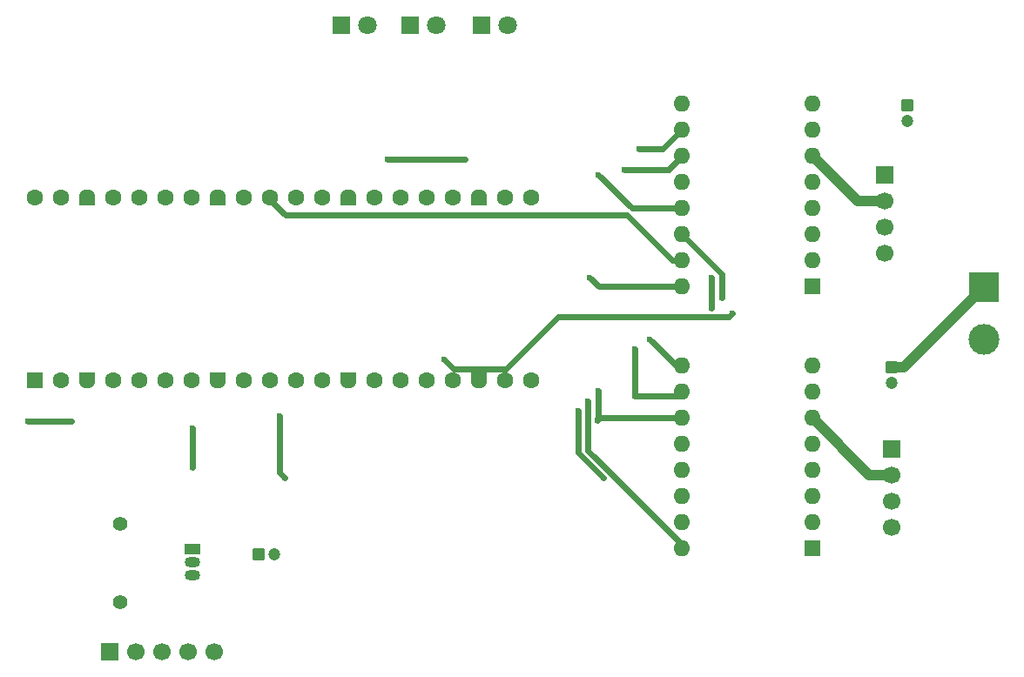
<source format=gbr>
%TF.GenerationSoftware,KiCad,Pcbnew,9.0.6-9.0.6~ubuntu24.04.1*%
%TF.CreationDate,2025-12-19T01:03:36-05:00*%
%TF.ProjectId,pilomar_schematics,70696c6f-6d61-4725-9f73-6368656d6174,rev?*%
%TF.SameCoordinates,Original*%
%TF.FileFunction,Copper,L2,Bot*%
%TF.FilePolarity,Positive*%
%FSLAX46Y46*%
G04 Gerber Fmt 4.6, Leading zero omitted, Abs format (unit mm)*
G04 Created by KiCad (PCBNEW 9.0.6-9.0.6~ubuntu24.04.1) date 2025-12-19 01:03:36*
%MOMM*%
%LPD*%
G01*
G04 APERTURE LIST*
G04 Aperture macros list*
%AMRoundRect*
0 Rectangle with rounded corners*
0 $1 Rounding radius*
0 $2 $3 $4 $5 $6 $7 $8 $9 X,Y pos of 4 corners*
0 Add a 4 corners polygon primitive as box body*
4,1,4,$2,$3,$4,$5,$6,$7,$8,$9,$2,$3,0*
0 Add four circle primitives for the rounded corners*
1,1,$1+$1,$2,$3*
1,1,$1+$1,$4,$5*
1,1,$1+$1,$6,$7*
1,1,$1+$1,$8,$9*
0 Add four rect primitives between the rounded corners*
20,1,$1+$1,$2,$3,$4,$5,0*
20,1,$1+$1,$4,$5,$6,$7,0*
20,1,$1+$1,$6,$7,$8,$9,0*
20,1,$1+$1,$8,$9,$2,$3,0*%
%AMFreePoly0*
4,1,37,0.603843,0.796157,0.639018,0.796157,0.711114,0.766294,0.766294,0.711114,0.796157,0.639018,0.796157,0.603843,0.800000,0.600000,0.800000,-0.600000,0.796157,-0.603843,0.796157,-0.639018,0.766294,-0.711114,0.711114,-0.766294,0.639018,-0.796157,0.603843,-0.796157,0.600000,-0.800000,0.000000,-0.800000,0.000000,-0.796148,-0.078414,-0.796148,-0.232228,-0.765552,-0.377117,-0.705537,
-0.507515,-0.618408,-0.618408,-0.507515,-0.705537,-0.377117,-0.765552,-0.232228,-0.796148,-0.078414,-0.796148,0.078414,-0.765552,0.232228,-0.705537,0.377117,-0.618408,0.507515,-0.507515,0.618408,-0.377117,0.705537,-0.232228,0.765552,-0.078414,0.796148,0.000000,0.796148,0.000000,0.800000,0.600000,0.800000,0.603843,0.796157,0.603843,0.796157,$1*%
%AMFreePoly1*
4,1,37,0.000000,0.796148,0.078414,0.796148,0.232228,0.765552,0.377117,0.705537,0.507515,0.618408,0.618408,0.507515,0.705537,0.377117,0.765552,0.232228,0.796148,0.078414,0.796148,-0.078414,0.765552,-0.232228,0.705537,-0.377117,0.618408,-0.507515,0.507515,-0.618408,0.377117,-0.705537,0.232228,-0.765552,0.078414,-0.796148,0.000000,-0.796148,0.000000,-0.800000,-0.600000,-0.800000,
-0.603843,-0.796157,-0.639018,-0.796157,-0.711114,-0.766294,-0.766294,-0.711114,-0.796157,-0.639018,-0.796157,-0.603843,-0.800000,-0.600000,-0.800000,0.600000,-0.796157,0.603843,-0.796157,0.639018,-0.766294,0.711114,-0.711114,0.766294,-0.639018,0.796157,-0.603843,0.796157,-0.600000,0.800000,0.000000,0.800000,0.000000,0.796148,0.000000,0.796148,$1*%
G04 Aperture macros list end*
%TA.AperFunction,ComponentPad*%
%ADD10R,3.000000X3.000000*%
%TD*%
%TA.AperFunction,ComponentPad*%
%ADD11C,3.000000*%
%TD*%
%TA.AperFunction,ComponentPad*%
%ADD12R,1.500000X1.050000*%
%TD*%
%TA.AperFunction,ComponentPad*%
%ADD13O,1.500000X1.050000*%
%TD*%
%TA.AperFunction,ComponentPad*%
%ADD14RoundRect,0.200000X0.600000X-0.600000X0.600000X0.600000X-0.600000X0.600000X-0.600000X-0.600000X0*%
%TD*%
%TA.AperFunction,ComponentPad*%
%ADD15C,1.600000*%
%TD*%
%TA.AperFunction,ComponentPad*%
%ADD16FreePoly0,90.000000*%
%TD*%
%TA.AperFunction,ComponentPad*%
%ADD17FreePoly1,90.000000*%
%TD*%
%TA.AperFunction,ComponentPad*%
%ADD18R,1.800000X1.800000*%
%TD*%
%TA.AperFunction,ComponentPad*%
%ADD19C,1.800000*%
%TD*%
%TA.AperFunction,ComponentPad*%
%ADD20R,1.600000X1.600000*%
%TD*%
%TA.AperFunction,ComponentPad*%
%ADD21O,1.600000X1.600000*%
%TD*%
%TA.AperFunction,ComponentPad*%
%ADD22RoundRect,0.250000X-0.350000X0.350000X-0.350000X-0.350000X0.350000X-0.350000X0.350000X0.350000X0*%
%TD*%
%TA.AperFunction,ComponentPad*%
%ADD23C,1.200000*%
%TD*%
%TA.AperFunction,ComponentPad*%
%ADD24R,1.700000X1.700000*%
%TD*%
%TA.AperFunction,ComponentPad*%
%ADD25C,1.700000*%
%TD*%
%TA.AperFunction,ComponentPad*%
%ADD26RoundRect,0.250000X-0.350000X-0.350000X0.350000X-0.350000X0.350000X0.350000X-0.350000X0.350000X0*%
%TD*%
%TA.AperFunction,ComponentPad*%
%ADD27C,1.400000*%
%TD*%
%TA.AperFunction,ViaPad*%
%ADD28C,0.600000*%
%TD*%
%TA.AperFunction,Conductor*%
%ADD29C,1.000000*%
%TD*%
%TA.AperFunction,Conductor*%
%ADD30C,0.625000*%
%TD*%
G04 APERTURE END LIST*
D10*
%TO.P,12VDC1,1,Pin_1*%
%TO.N,Net-(12VDC1-Pin_1)*%
X131000000Y-79960000D03*
D11*
%TO.P,12VDC1,2,Pin_2*%
%TO.N,Net-(12VDC1-Pin_2)*%
X131000000Y-85040000D03*
%TD*%
D12*
%TO.P,Q1,1,E*%
%TO.N,Net-(A1-VBUS)*%
X54000000Y-105460000D03*
D13*
%TO.P,Q1,2,B*%
%TO.N,Net-(J2-Pin_3)*%
X54000000Y-106730000D03*
%TO.P,Q1,3,C*%
%TO.N,Net-(J2-Pin_4)*%
X54000000Y-108000000D03*
%TD*%
D14*
%TO.P,A1,1,GPIO0*%
%TO.N,Net-(A1-GPIO0)*%
X38720000Y-89000000D03*
D15*
%TO.P,A1,2,GPIO1*%
%TO.N,Net-(A1-GPIO1)*%
X41260000Y-89000000D03*
D16*
%TO.P,A1,3,GND*%
%TO.N,Net-(Blue1-K)*%
X43800000Y-89000000D03*
D15*
%TO.P,A1,4,GPIO2*%
%TO.N,Net-(A1-GPIO2)*%
X46340000Y-89000000D03*
%TO.P,A1,5,GPIO3*%
%TO.N,Net-(A1-GPIO3)*%
X48880000Y-89000000D03*
%TO.P,A1,6,GPIO4*%
%TO.N,Net-(A1-GPIO4)*%
X51420000Y-89000000D03*
%TO.P,A1,7,GPIO5*%
%TO.N,Net-(A1-GPIO5)*%
X53960000Y-89000000D03*
D16*
%TO.P,A1,8,GND*%
%TO.N,Net-(Blue1-K)*%
X56500000Y-89000000D03*
D15*
%TO.P,A1,9,GPIO6*%
%TO.N,Net-(A1-GPIO6)*%
X59040000Y-89000000D03*
%TO.P,A1,10,GPIO7*%
%TO.N,Net-(A1-GPIO7)*%
X61580000Y-89000000D03*
%TO.P,A1,11,GPIO8*%
%TO.N,unconnected-(A1-GPIO8-Pad11)*%
X64120000Y-89000000D03*
%TO.P,A1,12,GPIO9*%
%TO.N,unconnected-(A1-GPIO9-Pad12)*%
X66660000Y-89000000D03*
D16*
%TO.P,A1,13,GND*%
%TO.N,Net-(Blue1-K)*%
X69200000Y-89000000D03*
D15*
%TO.P,A1,14,GPIO10*%
%TO.N,unconnected-(A1-GPIO10-Pad14)*%
X71740000Y-89000000D03*
%TO.P,A1,15,GPIO11*%
%TO.N,unconnected-(A1-GPIO11-Pad15)*%
X74280000Y-89000000D03*
%TO.P,A1,16,GPIO12*%
%TO.N,unconnected-(A1-GPIO12-Pad16)*%
X76820000Y-89000000D03*
%TO.P,A1,17,GPIO13*%
%TO.N,unconnected-(A1-GPIO13-Pad17)*%
X79360000Y-89000000D03*
D16*
%TO.P,A1,18,GND*%
%TO.N,Net-(Blue1-K)*%
X81900000Y-89000000D03*
D15*
%TO.P,A1,19,GPIO14*%
%TO.N,unconnected-(A1-GPIO14-Pad19)*%
X84440000Y-89000000D03*
%TO.P,A1,20,GPIO15*%
%TO.N,unconnected-(A1-GPIO15-Pad20)*%
X86980000Y-89000000D03*
%TO.P,A1,21,GPIO16*%
%TO.N,unconnected-(A1-GPIO16-Pad21)*%
X86980000Y-71220000D03*
%TO.P,A1,22,GPIO17*%
%TO.N,unconnected-(A1-GPIO17-Pad22)*%
X84440000Y-71220000D03*
D17*
%TO.P,A1,23,GND*%
%TO.N,Net-(Blue1-K)*%
X81900000Y-71220000D03*
D15*
%TO.P,A1,24,GPIO18*%
%TO.N,Net-(A1-GPIO18)*%
X79360000Y-71220000D03*
%TO.P,A1,25,GPIO19*%
%TO.N,Net-(A1-GPIO19)*%
X76820000Y-71220000D03*
%TO.P,A1,26,GPIO20*%
%TO.N,Net-(A1-GPIO20)*%
X74280000Y-71220000D03*
%TO.P,A1,27,GPIO21*%
%TO.N,unconnected-(A1-GPIO21-Pad27)*%
X71740000Y-71220000D03*
D17*
%TO.P,A1,28,GND*%
%TO.N,Net-(Blue1-K)*%
X69200000Y-71220000D03*
D15*
%TO.P,A1,29,GPIO22*%
%TO.N,unconnected-(A1-GPIO22-Pad29)*%
X66660000Y-71220000D03*
%TO.P,A1,30,RUN*%
%TO.N,unconnected-(A1-RUN-Pad30)*%
X64120000Y-71220000D03*
%TO.P,A1,31,GPIO26_ADC0*%
%TO.N,Net-(A1-GPIO26_ADC0)*%
X61580000Y-71220000D03*
%TO.P,A1,32,GPIO27_ADC1*%
%TO.N,Net-(A1-GPIO27_ADC1)*%
X59040000Y-71220000D03*
D17*
%TO.P,A1,33,AGND*%
%TO.N,Net-(A1-AGND)*%
X56500000Y-71220000D03*
D15*
%TO.P,A1,34,GPIO28_ADC2*%
%TO.N,Net-(A1-GPIO28_ADC2)*%
X53960000Y-71220000D03*
%TO.P,A1,35,ADC_VREF*%
%TO.N,unconnected-(A1-ADC_VREF-Pad35)*%
X51420000Y-71220000D03*
%TO.P,A1,36,3V3*%
%TO.N,Net-(A1-3V3)*%
X48880000Y-71220000D03*
%TO.P,A1,37,3V3_EN*%
%TO.N,unconnected-(A1-3V3_EN-Pad37)*%
X46340000Y-71220000D03*
D17*
%TO.P,A1,38,GND*%
%TO.N,Net-(Blue1-K)*%
X43800000Y-71220000D03*
D15*
%TO.P,A1,39,VSYS*%
%TO.N,unconnected-(A1-VSYS-Pad39)*%
X41260000Y-71220000D03*
%TO.P,A1,40,VBUS*%
%TO.N,Net-(A1-VBUS)*%
X38720000Y-71220000D03*
%TD*%
D18*
%TO.P,Red1,1,K*%
%TO.N,Net-(Blue1-K)*%
X82160000Y-54500000D03*
D19*
%TO.P,Red1,2,A*%
%TO.N,Net-(A1-GPIO18)*%
X84700000Y-54500000D03*
%TD*%
D20*
%TO.P,Azimuth1,1,GND*%
%TO.N,Net-(A1-AGND)*%
X114340000Y-79890000D03*
D21*
%TO.P,Azimuth1,2,~{FLT}*%
%TO.N,Net-(A1-GPIO6)*%
X114340000Y-77350000D03*
%TO.P,Azimuth1,3,A2*%
%TO.N,Net-(Azimuth1-A2)*%
X114340000Y-74810000D03*
%TO.P,Azimuth1,4,A1*%
%TO.N,Net-(Azimuth1-A1)*%
X114340000Y-72270000D03*
%TO.P,Azimuth1,5,B1*%
%TO.N,Net-(Azimuth1-B1)*%
X114340000Y-69730000D03*
%TO.P,Azimuth1,6,B2*%
%TO.N,Net-(Azimuth1-B2)*%
X114340000Y-67190000D03*
%TO.P,Azimuth1,7,GND*%
%TO.N,Net-(12VDC1-Pin_2)*%
X114340000Y-64650000D03*
%TO.P,Azimuth1,8,VMOT*%
%TO.N,Net-(12VDC1-Pin_1)*%
X114340000Y-62110000D03*
%TO.P,Azimuth1,9,~{EN}*%
%TO.N,Net-(A1-GPIO2)*%
X101640000Y-62110000D03*
%TO.P,Azimuth1,10,M0*%
%TO.N,Net-(A1-GPIO3)*%
X101640000Y-64650000D03*
%TO.P,Azimuth1,11,M1*%
%TO.N,Net-(A1-GPIO4)*%
X101640000Y-67190000D03*
%TO.P,Azimuth1,12,M2*%
%TO.N,Net-(A1-GPIO5)*%
X101640000Y-69730000D03*
%TO.P,Azimuth1,13,~{RST}*%
%TO.N,Net-(A1-3V3)*%
X101640000Y-72270000D03*
%TO.P,Azimuth1,14,~{SLP}*%
X101640000Y-74810000D03*
%TO.P,Azimuth1,15,STEP*%
%TO.N,Net-(A1-GPIO26_ADC0)*%
X101640000Y-77350000D03*
%TO.P,Azimuth1,16,DIR*%
%TO.N,Net-(A1-GPIO27_ADC1)*%
X101640000Y-79890000D03*
%TD*%
D18*
%TO.P,Blue1,1,K*%
%TO.N,Net-(Blue1-K)*%
X68500000Y-54500000D03*
D19*
%TO.P,Blue1,2,A*%
%TO.N,Net-(A1-GPIO20)*%
X71040000Y-54500000D03*
%TD*%
D22*
%TO.P,C2,1*%
%TO.N,Net-(12VDC1-Pin_1)*%
X123500000Y-62277401D03*
D23*
%TO.P,C2,2*%
%TO.N,Net-(12VDC1-Pin_2)*%
X123500000Y-63777401D03*
%TD*%
D24*
%TO.P,J2,1,Pin_1*%
%TO.N,Net-(A1-GPIO0)*%
X46000000Y-115460000D03*
D25*
%TO.P,J2,2,Pin_2*%
%TO.N,Net-(A1-GPIO1)*%
X48540000Y-115460000D03*
%TO.P,J2,3,Pin_3*%
%TO.N,Net-(J2-Pin_3)*%
X51080000Y-115460000D03*
%TO.P,J2,4,Pin_4*%
%TO.N,Net-(J2-Pin_4)*%
X53620000Y-115460000D03*
%TO.P,J2,5,Pin_5*%
%TO.N,Net-(Blue1-K)*%
X56160000Y-115460000D03*
%TD*%
D18*
%TO.P,Green1,1,K*%
%TO.N,Net-(Blue1-K)*%
X75225000Y-54500000D03*
D19*
%TO.P,Green1,2,A*%
%TO.N,Net-(A1-GPIO19)*%
X77765000Y-54500000D03*
%TD*%
D26*
%TO.P,C1,1*%
%TO.N,Net-(A1-VBUS)*%
X60500000Y-105960000D03*
D23*
%TO.P,C1,2*%
%TO.N,Net-(Blue1-K)*%
X62000000Y-105960000D03*
%TD*%
D24*
%TO.P,M1,1*%
%TO.N,Net-(Altitude1-B1)*%
X122000000Y-95690000D03*
D25*
%TO.P,M1,2,-*%
%TO.N,Net-(Altitude1-B2)*%
X122000000Y-98230000D03*
%TO.P,M1,3*%
%TO.N,Net-(Altitude1-A1)*%
X122000000Y-100770000D03*
%TO.P,M1,4*%
%TO.N,Net-(Altitude1-A2)*%
X122000000Y-103310000D03*
%TD*%
D24*
%TO.P,M2,1*%
%TO.N,Net-(Azimuth1-B1)*%
X121380000Y-69000000D03*
D25*
%TO.P,M2,2,-*%
%TO.N,Net-(Azimuth1-B2)*%
X121380000Y-71540000D03*
%TO.P,M2,3*%
%TO.N,Net-(Azimuth1-A1)*%
X121380000Y-74080000D03*
%TO.P,M2,4*%
%TO.N,Net-(Azimuth1-A2)*%
X121380000Y-76620000D03*
%TD*%
D22*
%TO.P,C3,1*%
%TO.N,Net-(12VDC1-Pin_1)*%
X122000000Y-87777401D03*
D23*
%TO.P,C3,2*%
%TO.N,Net-(12VDC1-Pin_2)*%
X122000000Y-89277401D03*
%TD*%
D20*
%TO.P,Altitude1,1,GND*%
%TO.N,Net-(A1-AGND)*%
X114300000Y-105390000D03*
D21*
%TO.P,Altitude1,2,~{FLT}*%
%TO.N,Net-(A1-GPIO7)*%
X114300000Y-102850000D03*
%TO.P,Altitude1,3,A2*%
%TO.N,Net-(Altitude1-A2)*%
X114300000Y-100310000D03*
%TO.P,Altitude1,4,A1*%
%TO.N,Net-(Altitude1-A1)*%
X114300000Y-97770000D03*
%TO.P,Altitude1,5,B1*%
%TO.N,Net-(Altitude1-B1)*%
X114300000Y-95230000D03*
%TO.P,Altitude1,6,B2*%
%TO.N,Net-(Altitude1-B2)*%
X114300000Y-92690000D03*
%TO.P,Altitude1,7,GND*%
%TO.N,Net-(12VDC1-Pin_2)*%
X114300000Y-90150000D03*
%TO.P,Altitude1,8,VMOT*%
%TO.N,Net-(12VDC1-Pin_1)*%
X114300000Y-87610000D03*
%TO.P,Altitude1,9,~{EN}*%
%TO.N,Net-(A1-GPIO2)*%
X101600000Y-87610000D03*
%TO.P,Altitude1,10,M0*%
%TO.N,Net-(A1-GPIO3)*%
X101600000Y-90150000D03*
%TO.P,Altitude1,11,M1*%
%TO.N,Net-(A1-GPIO4)*%
X101600000Y-92690000D03*
%TO.P,Altitude1,12,M2*%
%TO.N,Net-(A1-GPIO5)*%
X101600000Y-95230000D03*
%TO.P,Altitude1,13,~{RST}*%
%TO.N,Net-(A1-3V3)*%
X101600000Y-97770000D03*
%TO.P,Altitude1,14,~{SLP}*%
X101600000Y-100310000D03*
%TO.P,Altitude1,15,STEP*%
%TO.N,Net-(A1-GPIO28_ADC2)*%
X101600000Y-102850000D03*
%TO.P,Altitude1,16,DIR*%
%TO.N,Net-(A1-GPIO27_ADC1)*%
X101600000Y-105390000D03*
%TD*%
D27*
%TO.P,R1,1*%
%TO.N,Net-(J2-Pin_3)*%
X47000000Y-110580000D03*
%TO.P,R1,2*%
%TO.N,Net-(A1-VBUS)*%
X47000000Y-102960000D03*
%TD*%
D28*
%TO.N,Net-(A1-GPIO27_ADC1)*%
X92500000Y-91000000D03*
X92674000Y-79000000D03*
%TO.N,Net-(A1-GPIO5)*%
X54000000Y-93674000D03*
X104500000Y-82000000D03*
X104500000Y-79000000D03*
X54000000Y-97500000D03*
%TO.N,Net-(A1-3V3)*%
X73000000Y-67500000D03*
X93500000Y-69000000D03*
X105500000Y-81000000D03*
X80500000Y-67500000D03*
%TO.N,Net-(A1-GPIO2)*%
X98500000Y-85000000D03*
%TO.N,Net-(A1-GPIO7)*%
X62500000Y-92500000D03*
X63000000Y-98500000D03*
%TO.N,Net-(A1-AGND)*%
X106500000Y-82500000D03*
X78500000Y-87000000D03*
%TO.N,Net-(A1-GPIO3)*%
X97000000Y-90500000D03*
X97000000Y-86000000D03*
X97500000Y-66500000D03*
%TO.N,Net-(A1-GPIO28_ADC2)*%
X91500000Y-92000000D03*
X94000000Y-98500000D03*
%TO.N,Net-(A1-VBUS)*%
X38000000Y-93000000D03*
X42236000Y-93000000D03*
%TO.N,Net-(A1-GPIO4)*%
X93500000Y-90000000D03*
X93415930Y-92915930D03*
X96000000Y-68500000D03*
%TD*%
D29*
%TO.N,Net-(12VDC1-Pin_1)*%
X122000000Y-87777401D02*
X123182599Y-87777401D01*
X123182599Y-87777401D02*
X131000000Y-79960000D01*
D30*
%TO.N,Net-(A1-GPIO27_ADC1)*%
X101600000Y-104931860D02*
X101600000Y-105390000D01*
X92674000Y-79000000D02*
X93564000Y-79890000D01*
X92500000Y-95831860D02*
X101600000Y-104931860D01*
X92500000Y-91000000D02*
X92500000Y-95831860D01*
X93564000Y-79890000D02*
X101640000Y-79890000D01*
%TO.N,Net-(A1-GPIO5)*%
X104500000Y-82000000D02*
X104500000Y-79000000D01*
X54000000Y-93674000D02*
X54000000Y-97500000D01*
%TO.N,Net-(A1-3V3)*%
X101640000Y-72270000D02*
X96770000Y-72270000D01*
X80500000Y-67500000D02*
X73000000Y-67500000D01*
X105500000Y-78670000D02*
X101640000Y-74810000D01*
X96770000Y-72270000D02*
X93500000Y-69000000D01*
X105500000Y-81000000D02*
X105500000Y-78670000D01*
%TO.N,Net-(A1-GPIO2)*%
X101110000Y-87610000D02*
X98500000Y-85000000D01*
X101600000Y-87610000D02*
X101110000Y-87610000D01*
%TO.N,Net-(A1-GPIO7)*%
X62500000Y-92500000D02*
X62500000Y-98000000D01*
X62500000Y-98000000D02*
X63000000Y-98500000D01*
%TO.N,Net-(A1-AGND)*%
X89557251Y-82826000D02*
X106174000Y-82826000D01*
X84469751Y-87913500D02*
X89557251Y-82826000D01*
X79413500Y-87913500D02*
X84469751Y-87913500D01*
X78500000Y-87000000D02*
X79413500Y-87913500D01*
X106174000Y-82826000D02*
X106500000Y-82500000D01*
%TO.N,Net-(A1-GPIO26_ADC0)*%
X100681860Y-77350000D02*
X101640000Y-77350000D01*
X96260360Y-72928500D02*
X100681860Y-77350000D01*
X63048500Y-72928500D02*
X96260360Y-72928500D01*
X61730000Y-71610000D02*
X63048500Y-72928500D01*
%TO.N,Net-(A1-GPIO3)*%
X101250000Y-90500000D02*
X101600000Y-90150000D01*
X99790000Y-66500000D02*
X101640000Y-64650000D01*
X97500000Y-66500000D02*
X99790000Y-66500000D01*
X97000000Y-90500000D02*
X101250000Y-90500000D01*
X97000000Y-90500000D02*
X97000000Y-86000000D01*
%TO.N,Net-(A1-GPIO28_ADC2)*%
X91500000Y-96000000D02*
X94000000Y-98500000D01*
X91500000Y-92000000D02*
X91500000Y-96000000D01*
%TO.N,Net-(A1-VBUS)*%
X42236000Y-93000000D02*
X38000000Y-93000000D01*
%TO.N,Net-(A1-GPIO4)*%
X93415930Y-92915930D02*
X93641860Y-92690000D01*
X96000000Y-68500000D02*
X100330000Y-68500000D01*
X93641860Y-92690000D02*
X93500000Y-92548140D01*
X93500000Y-92548140D02*
X93500000Y-90000000D01*
X100330000Y-68500000D02*
X101640000Y-67190000D01*
X93641860Y-92690000D02*
X101600000Y-92690000D01*
D29*
%TO.N,Net-(Altitude1-B2)*%
X114300000Y-92690000D02*
X119840000Y-98230000D01*
X119840000Y-98230000D02*
X122000000Y-98230000D01*
%TO.N,Net-(Azimuth1-B2)*%
X121380000Y-71540000D02*
X118690000Y-71540000D01*
X118690000Y-71540000D02*
X114340000Y-67190000D01*
%TD*%
M02*

</source>
